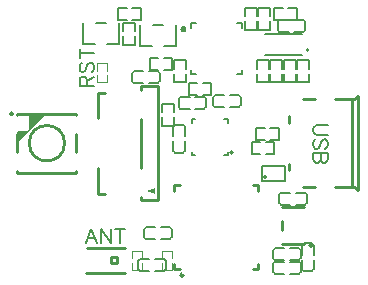
<source format=gto>
G04 Layer: TopSilkLayer*
G04 EasyEDA v6.4.25, 2021-12-07T19:09:17+01:00*
G04 af510f2a62b747d9ba719f6df8b66caf,db93e8822c7348a7aec6f6efa12e507d,10*
G04 Gerber Generator version 0.2*
G04 Scale: 100 percent, Rotated: No, Reflected: No *
G04 Dimensions in millimeters *
G04 leading zeros omitted , absolute positions ,4 integer and 5 decimal *
%FSLAX45Y45*%
%MOMM*%

%ADD10C,0.2540*%
%ADD11C,0.1270*%
%ADD49C,0.1524*%
%ADD50C,0.1016*%
%ADD51C,0.2000*%
%ADD52C,0.1500*%
%ADD53C,0.2032*%

%LPD*%
D53*
X36829Y-685800D02*
G01*
X158242Y-685800D01*
X36829Y-685800D02*
G01*
X36829Y-633729D01*
X42671Y-616457D01*
X48513Y-610870D01*
X59944Y-605028D01*
X71628Y-605028D01*
X83057Y-610870D01*
X88900Y-616457D01*
X94742Y-633729D01*
X94742Y-685800D01*
X94742Y-645413D02*
G01*
X158242Y-605028D01*
X54355Y-486155D02*
G01*
X42671Y-497586D01*
X36829Y-514857D01*
X36829Y-537971D01*
X42671Y-555244D01*
X54355Y-566928D01*
X65786Y-566928D01*
X77470Y-561086D01*
X83057Y-555244D01*
X88900Y-543813D01*
X100329Y-509270D01*
X106171Y-497586D01*
X112013Y-491744D01*
X123444Y-486155D01*
X140970Y-486155D01*
X152400Y-497586D01*
X158242Y-514857D01*
X158242Y-537971D01*
X152400Y-555244D01*
X140970Y-566928D01*
X36829Y-407670D02*
G01*
X158242Y-407670D01*
X36829Y-448055D02*
G01*
X36829Y-367029D01*
X135128Y-1891029D02*
G01*
X88900Y-2012442D01*
X135128Y-1891029D02*
G01*
X181355Y-2012442D01*
X106171Y-1972055D02*
G01*
X163829Y-1972055D01*
X219455Y-1891029D02*
G01*
X219455Y-2012442D01*
X219455Y-1891029D02*
G01*
X300228Y-2012442D01*
X300228Y-1891029D02*
G01*
X300228Y-2012442D01*
X378713Y-1891029D02*
G01*
X378713Y-2012442D01*
X338328Y-1891029D02*
G01*
X419100Y-1891029D01*
X2134870Y-1016000D02*
G01*
X2048256Y-1016000D01*
X2030729Y-1021842D01*
X2019300Y-1033271D01*
X2013458Y-1050544D01*
X2013458Y-1062228D01*
X2019300Y-1079500D01*
X2030729Y-1090929D01*
X2048256Y-1096771D01*
X2134870Y-1096771D01*
X2117343Y-1215644D02*
G01*
X2129027Y-1204213D01*
X2134870Y-1186942D01*
X2134870Y-1163828D01*
X2129027Y-1146555D01*
X2117343Y-1134871D01*
X2105913Y-1134871D01*
X2094229Y-1140713D01*
X2088641Y-1146555D01*
X2082800Y-1157986D01*
X2071370Y-1192529D01*
X2065527Y-1204213D01*
X2059686Y-1210055D01*
X2048256Y-1215644D01*
X2030729Y-1215644D01*
X2019300Y-1204213D01*
X2013458Y-1186942D01*
X2013458Y-1163828D01*
X2019300Y-1146555D01*
X2030729Y-1134871D01*
X2134870Y-1253744D02*
G01*
X2013458Y-1253744D01*
X2134870Y-1253744D02*
G01*
X2134870Y-1305813D01*
X2129027Y-1323086D01*
X2123186Y-1328928D01*
X2111756Y-1334770D01*
X2100072Y-1334770D01*
X2088641Y-1328928D01*
X2082800Y-1323086D01*
X2076958Y-1305813D01*
X2076958Y-1253744D02*
G01*
X2076958Y-1305813D01*
X2071370Y-1323086D01*
X2065527Y-1328928D01*
X2053843Y-1334770D01*
X2036572Y-1334770D01*
X2025141Y-1328928D01*
X2019300Y-1323086D01*
X2013458Y-1305813D01*
X2013458Y-1253744D01*
G36*
X914450Y-177749D02*
G01*
X909929Y-178155D01*
X905510Y-179374D01*
X901446Y-181356D01*
X897737Y-183997D01*
X894587Y-187299D01*
X892098Y-191109D01*
X890320Y-195275D01*
X889304Y-199694D01*
X889050Y-204216D01*
X889660Y-208737D01*
X891082Y-213055D01*
X893216Y-217068D01*
X896010Y-220624D01*
X899414Y-223672D01*
X903325Y-226009D01*
X907592Y-227634D01*
X912063Y-228447D01*
X914552Y-228549D01*
X919073Y-228142D01*
X923493Y-226923D01*
X927557Y-224891D01*
X929436Y-223672D01*
X932891Y-220624D01*
X935685Y-217068D01*
X937818Y-213055D01*
X939241Y-208737D01*
X939647Y-206502D01*
X939800Y-201980D01*
X939190Y-197459D01*
X937768Y-193141D01*
X935634Y-189128D01*
X932789Y-185572D01*
X929335Y-182575D01*
X925474Y-180289D01*
X921207Y-178663D01*
X916736Y-177850D01*
G37*
G36*
X-393700Y-918413D02*
G01*
X-393700Y-1054100D01*
X-406400Y-1066800D01*
X-482600Y-1066800D01*
X-491286Y-1075486D01*
X-491286Y-1168400D01*
X-241300Y-918413D01*
G37*
G36*
X671118Y-1544777D02*
G01*
X607618Y-1570177D01*
X671118Y-1595577D01*
G37*
D11*
X1260259Y-1269994D02*
G01*
X1288399Y-1269994D01*
X1288399Y-1241859D01*
X983599Y-1241859D02*
G01*
X983599Y-1269994D01*
X1011735Y-1269994D01*
X1011735Y-965194D02*
G01*
X983599Y-965194D01*
X983599Y-993335D01*
X1288399Y-993335D02*
G01*
X1288399Y-965194D01*
X1260259Y-965194D01*
D49*
X737539Y-904478D02*
G01*
X737539Y-832675D01*
X837260Y-832675D01*
X837260Y-904478D01*
X737539Y-949721D02*
G01*
X737539Y-1021524D01*
X837260Y-1021524D01*
X837260Y-949721D01*
X826439Y-1028669D02*
G01*
X826439Y-1107678D01*
X926160Y-1107678D02*
G01*
X926160Y-1028669D01*
X910920Y-1013429D02*
G01*
X841679Y-1013429D01*
X826439Y-1231930D02*
G01*
X826439Y-1152921D01*
X926160Y-1152921D02*
G01*
X926160Y-1231930D01*
X910920Y-1247170D02*
G01*
X841679Y-1247170D01*
X1092230Y-775639D02*
G01*
X1013221Y-775639D01*
X1013221Y-875360D02*
G01*
X1092230Y-875360D01*
X1107470Y-860120D02*
G01*
X1107470Y-790879D01*
X888969Y-775639D02*
G01*
X967978Y-775639D01*
X967978Y-875360D02*
G01*
X888969Y-875360D01*
X873729Y-860120D02*
G01*
X873729Y-790879D01*
X670321Y-2246960D02*
G01*
X749330Y-2246960D01*
X764570Y-2231720D01*
X764570Y-2162479D01*
X749330Y-2147239D01*
X670321Y-2147239D01*
X625078Y-2246960D02*
G01*
X546069Y-2246960D01*
X530829Y-2231720D01*
X530829Y-2162479D01*
X546069Y-2147239D01*
X625078Y-2147239D01*
X1650060Y-136921D02*
G01*
X1650060Y-208724D01*
X1550339Y-208724D01*
X1550339Y-136921D01*
X1650060Y-91678D02*
G01*
X1650060Y-19875D01*
X1550339Y-19875D01*
X1550339Y-91678D01*
X1436039Y-91678D02*
G01*
X1436039Y-19875D01*
X1535760Y-19875D01*
X1535760Y-91678D01*
X1436039Y-136921D02*
G01*
X1436039Y-208724D01*
X1535760Y-208724D01*
X1535760Y-136921D01*
X698530Y-559739D02*
G01*
X619521Y-559739D01*
X619521Y-659460D02*
G01*
X698530Y-659460D01*
X713770Y-644220D02*
G01*
X713770Y-574979D01*
X495269Y-559739D02*
G01*
X574278Y-559739D01*
X574278Y-659460D02*
G01*
X495269Y-659460D01*
X480029Y-644220D02*
G01*
X480029Y-574979D01*
X1755378Y-126060D02*
G01*
X1683575Y-126060D01*
X1683575Y-26339D01*
X1755378Y-26339D01*
X1800621Y-126060D02*
G01*
X1872424Y-126060D01*
X1872424Y-26339D01*
X1800621Y-26339D01*
D50*
X271779Y-552957D02*
G01*
X271779Y-489457D01*
X185420Y-489457D01*
X185420Y-542797D01*
X185420Y-552957D01*
X185420Y-591057D02*
G01*
X185420Y-652018D01*
X271779Y-652018D01*
X271779Y-598678D01*
X271779Y-591057D01*
D49*
X746521Y-445439D02*
G01*
X818324Y-445439D01*
X818324Y-545160D01*
X746521Y-545160D01*
X701278Y-445439D02*
G01*
X629475Y-445439D01*
X629475Y-545160D01*
X701278Y-545160D01*
D10*
X2031842Y-1536758D02*
G01*
X1996671Y-1536758D01*
X2234900Y-1536758D02*
G01*
X2198070Y-1536758D01*
X2031842Y-797758D02*
G01*
X1992129Y-797758D01*
X2208062Y-797758D02*
G01*
X2198070Y-797758D01*
X2339941Y-1536758D02*
G01*
X2359444Y-1536758D01*
X2389941Y-1567256D01*
X2339941Y-797758D02*
G01*
X2359444Y-797758D01*
X2389941Y-767260D01*
X2389941Y-1567256D02*
G01*
X2389941Y-767260D01*
X2339941Y-797758D02*
G01*
X2208062Y-797758D01*
X2339941Y-1536758D02*
G01*
X2208062Y-1536758D01*
X2339941Y-1536758D02*
G01*
X2339941Y-797758D01*
X2031834Y-797760D02*
G01*
X1923064Y-797760D01*
X2031834Y-1536758D02*
G01*
X1923061Y-1536758D01*
X1812348Y-994145D02*
G01*
X1812348Y-935375D01*
X1812348Y-1399143D02*
G01*
X1812348Y-1340373D01*
D49*
X1892330Y-2172639D02*
G01*
X1813321Y-2172639D01*
X1813321Y-2272360D02*
G01*
X1892330Y-2272360D01*
X1907570Y-2257120D02*
G01*
X1907570Y-2187879D01*
X1689069Y-2172639D02*
G01*
X1768078Y-2172639D01*
X1768078Y-2272360D02*
G01*
X1689069Y-2272360D01*
X1673829Y-2257120D02*
G01*
X1673829Y-2187879D01*
X1918639Y-2031969D02*
G01*
X1918639Y-2110978D01*
X2018360Y-2110978D02*
G01*
X2018360Y-2031969D01*
X2003120Y-2016729D02*
G01*
X1933879Y-2016729D01*
X1918639Y-2235230D02*
G01*
X1918639Y-2156221D01*
X2018360Y-2156221D02*
G01*
X2018360Y-2235230D01*
X2003120Y-2250470D02*
G01*
X1933879Y-2250470D01*
X1739869Y-1688160D02*
G01*
X1818878Y-1688160D01*
X1818878Y-1588439D02*
G01*
X1739869Y-1588439D01*
X1724629Y-1603679D02*
G01*
X1724629Y-1672920D01*
X1943130Y-1688160D02*
G01*
X1864121Y-1688160D01*
X1864121Y-1588439D02*
G01*
X1943130Y-1588439D01*
X1958370Y-1603679D02*
G01*
X1958370Y-1672920D01*
X1689069Y-2158060D02*
G01*
X1768078Y-2158060D01*
X1768078Y-2058339D02*
G01*
X1689069Y-2058339D01*
X1673829Y-2073579D02*
G01*
X1673829Y-2142820D01*
X1892330Y-2158060D02*
G01*
X1813321Y-2158060D01*
X1813321Y-2058339D02*
G01*
X1892330Y-2058339D01*
X1907570Y-2073579D02*
G01*
X1907570Y-2142820D01*
X800130Y-1880539D02*
G01*
X721121Y-1880539D01*
X721121Y-1980260D02*
G01*
X800130Y-1980260D01*
X815370Y-1965020D02*
G01*
X815370Y-1895779D01*
X596869Y-1880539D02*
G01*
X675878Y-1880539D01*
X675878Y-1980260D02*
G01*
X596869Y-1980260D01*
X581629Y-1965020D02*
G01*
X581629Y-1895779D01*
X1181069Y-862660D02*
G01*
X1260078Y-862660D01*
X1260078Y-762939D02*
G01*
X1181069Y-762939D01*
X1165829Y-778179D02*
G01*
X1165829Y-847420D01*
X1384330Y-862660D02*
G01*
X1305321Y-862660D01*
X1305321Y-762939D02*
G01*
X1384330Y-762939D01*
X1399570Y-778179D02*
G01*
X1399570Y-847420D01*
D50*
X563879Y-2141220D02*
G01*
X563879Y-2077720D01*
X477520Y-2077720D01*
X477520Y-2131060D01*
X477520Y-2141220D01*
X477520Y-2179320D02*
G01*
X477520Y-2240279D01*
X563879Y-2240279D01*
X563879Y-2186939D01*
X563879Y-2179320D01*
X817879Y-2141220D02*
G01*
X817879Y-2077720D01*
X731520Y-2077720D01*
X731520Y-2131060D01*
X731520Y-2141220D01*
X731520Y-2179320D02*
G01*
X731520Y-2240279D01*
X817879Y-2240279D01*
X817879Y-2186939D01*
X817879Y-2179320D01*
D49*
X1930430Y-127939D02*
G01*
X1851421Y-127939D01*
X1851421Y-227660D02*
G01*
X1930430Y-227660D01*
X1945670Y-212420D02*
G01*
X1945670Y-143179D01*
X1727169Y-127939D02*
G01*
X1806178Y-127939D01*
X1806178Y-227660D02*
G01*
X1727169Y-227660D01*
X1711929Y-212420D02*
G01*
X1711929Y-143179D01*
X938860Y-581421D02*
G01*
X938860Y-653224D01*
X839139Y-653224D01*
X839139Y-581421D01*
X938860Y-536178D02*
G01*
X938860Y-464375D01*
X839139Y-464375D01*
X839139Y-536178D01*
X1076721Y-661339D02*
G01*
X1148524Y-661339D01*
X1148524Y-761060D01*
X1076721Y-761060D01*
X1031478Y-661339D02*
G01*
X959675Y-661339D01*
X959675Y-761060D01*
X1031478Y-761060D01*
X407339Y-218678D02*
G01*
X407339Y-146875D01*
X507060Y-146875D01*
X507060Y-218678D01*
X407339Y-263921D02*
G01*
X407339Y-335724D01*
X507060Y-335724D01*
X507060Y-263921D01*
X1648221Y-1042339D02*
G01*
X1720024Y-1042339D01*
X1720024Y-1142060D01*
X1648221Y-1142060D01*
X1602978Y-1042339D02*
G01*
X1531175Y-1042339D01*
X1531175Y-1142060D01*
X1602978Y-1142060D01*
X1610121Y-1156639D02*
G01*
X1681924Y-1156639D01*
X1681924Y-1256360D01*
X1610121Y-1256360D01*
X1564878Y-1156639D02*
G01*
X1493075Y-1156639D01*
X1493075Y-1256360D01*
X1564878Y-1256360D01*
X434578Y-126060D02*
G01*
X362775Y-126060D01*
X362775Y-26339D01*
X434578Y-26339D01*
X479821Y-126060D02*
G01*
X551624Y-126060D01*
X551624Y-26339D01*
X479821Y-26339D01*
X1880539Y-536178D02*
G01*
X1880539Y-464375D01*
X1980260Y-464375D01*
X1980260Y-536178D01*
X1880539Y-581421D02*
G01*
X1880539Y-653224D01*
X1980260Y-653224D01*
X1980260Y-581421D01*
X1766239Y-536178D02*
G01*
X1766239Y-464375D01*
X1865960Y-464375D01*
X1865960Y-536178D01*
X1766239Y-581421D02*
G01*
X1766239Y-653224D01*
X1865960Y-653224D01*
X1865960Y-581421D01*
X1651939Y-536178D02*
G01*
X1651939Y-464375D01*
X1751660Y-464375D01*
X1751660Y-536178D01*
X1651939Y-581421D02*
G01*
X1651939Y-653224D01*
X1751660Y-653224D01*
X1751660Y-581421D01*
X1537639Y-536178D02*
G01*
X1537639Y-464375D01*
X1637360Y-464375D01*
X1637360Y-536178D01*
X1537639Y-581421D02*
G01*
X1537639Y-653224D01*
X1637360Y-653224D01*
X1637360Y-581421D01*
D10*
X1751495Y-2021906D02*
G01*
X1931497Y-2021906D01*
X1751495Y-1906907D02*
G01*
X1751495Y-1826905D01*
X1751495Y-1711904D02*
G01*
X1931497Y-1711904D01*
D51*
X1368803Y-584580D02*
G01*
X1408813Y-584580D01*
X1408813Y-544576D01*
X1368803Y-154561D02*
G01*
X1408813Y-154561D01*
X1408813Y-194563D01*
X978786Y-194563D02*
G01*
X978786Y-154561D01*
X1018791Y-154561D01*
X1018791Y-584580D02*
G01*
X978786Y-584580D01*
X978786Y-544576D01*
D10*
X1549394Y-1571584D02*
G01*
X1549394Y-1523992D01*
X1501800Y-1523992D01*
X1501797Y-2235192D02*
G01*
X1549394Y-2235192D01*
X1549394Y-2187600D01*
X838194Y-2187600D02*
G01*
X838194Y-2235192D01*
X885786Y-2235192D01*
X885786Y-1523992D02*
G01*
X838194Y-1523992D01*
X838194Y-1571584D01*
D49*
X1922919Y-417832D02*
G01*
X1607680Y-417832D01*
X1922919Y-242592D02*
G01*
X1607680Y-242592D01*
D10*
X-491304Y-918395D02*
G01*
X8694Y-918395D01*
X-491304Y-1245356D02*
G01*
X-491304Y-1091432D01*
X-491304Y-930368D02*
G01*
X-491304Y-918395D01*
X-491304Y-1418394D02*
G01*
X-491304Y-1406420D01*
X8694Y-1418394D02*
G01*
X-491304Y-1418394D01*
X8694Y-1406420D02*
G01*
X8694Y-1418394D01*
X8694Y-918395D02*
G01*
X8694Y-930368D01*
X8694Y-1091432D02*
G01*
X8694Y-1245356D01*
X421599Y-2264996D02*
G01*
X86400Y-2263998D01*
X101600Y-2053998D02*
G01*
X421594Y-2054001D01*
X355625Y-2184400D02*
G01*
X355625Y-2133600D01*
X304825Y-2133600D01*
X304825Y-2184400D01*
X355625Y-2184400D01*
D11*
X1576323Y-1359915D02*
G01*
X1776476Y-1359915D01*
X1776476Y-1359915D02*
G01*
X1776476Y-1484884D01*
X1776476Y-1484884D02*
G01*
X1576323Y-1484884D01*
X1576323Y-1484884D02*
G01*
X1576323Y-1359915D01*
D10*
X700445Y-1650893D02*
G01*
X700445Y-685911D01*
X556844Y-716292D02*
G01*
X556844Y-685899D01*
X556844Y-1374282D02*
G01*
X556844Y-962520D01*
X700445Y-685911D02*
G01*
X558797Y-685899D01*
X558797Y-716297D01*
X190497Y-955288D02*
G01*
X190497Y-747207D01*
X247926Y-747207D01*
X188544Y-1381508D02*
G01*
X188544Y-1595597D01*
X247926Y-1595597D01*
X700445Y-1650893D02*
G01*
X556844Y-1650893D01*
X556844Y-1620507D01*
D49*
X544880Y-166392D02*
G01*
X544880Y-341632D01*
X649041Y-341632D01*
X852119Y-166392D02*
G01*
X852119Y-341632D01*
X747958Y-341632D01*
X652960Y-166392D02*
G01*
X744039Y-166392D01*
X62280Y-153692D02*
G01*
X62280Y-328932D01*
X166441Y-328932D01*
X369519Y-153692D02*
G01*
X369519Y-328932D01*
X265358Y-328932D01*
X170360Y-153692D02*
G01*
X261439Y-153692D01*
G75*
G01*
X926160Y-1028670D02*
G03*
X910920Y-1013430I-15240J0D01*
G75*
G01*
X841680Y-1013430D02*
G03*
X826440Y-1028670I0J-15240D01*
G75*
G01*
X926160Y-1231930D02*
G02*
X910920Y-1247170I-15240J0D01*
G75*
G01*
X841680Y-1247170D02*
G02*
X826440Y-1231930I0J15240D01*
G75*
G01*
X1092230Y-875360D02*
G03*
X1107470Y-860120I0J15240D01*
G75*
G01*
X1107470Y-790880D02*
G03*
X1092230Y-775640I-15240J0D01*
G75*
G01*
X888970Y-875360D02*
G02*
X873730Y-860120I0J15240D01*
G75*
G01*
X873730Y-790880D02*
G02*
X888970Y-775640I15240J0D01*
G75*
G01*
X698530Y-659460D02*
G03*
X713770Y-644220I0J15240D01*
G75*
G01*
X713770Y-574980D02*
G03*
X698530Y-559740I-15240J0D01*
G75*
G01*
X495270Y-659460D02*
G02*
X480030Y-644220I0J15240D01*
G75*
G01*
X480030Y-574980D02*
G02*
X495270Y-559740I15240J0D01*
G75*
G01*
X1892330Y-2272360D02*
G03*
X1907570Y-2257120I0J15240D01*
G75*
G01*
X1907570Y-2187880D02*
G03*
X1892330Y-2172640I-15240J0D01*
G75*
G01*
X1689070Y-2272360D02*
G02*
X1673830Y-2257120I0J15240D01*
G75*
G01*
X1673830Y-2187880D02*
G02*
X1689070Y-2172640I15240J0D01*
G75*
G01*
X2018360Y-2031970D02*
G03*
X2003120Y-2016730I-15240J0D01*
G75*
G01*
X1933880Y-2016730D02*
G03*
X1918640Y-2031970I0J-15240D01*
G75*
G01*
X2018360Y-2235230D02*
G02*
X2003120Y-2250470I-15240J0D01*
G75*
G01*
X1933880Y-2250470D02*
G02*
X1918640Y-2235230I0J15240D01*
G75*
G01*
X1739870Y-1588440D02*
G03*
X1724630Y-1603680I0J-15240D01*
G75*
G01*
X1724630Y-1672920D02*
G03*
X1739870Y-1688160I15240J0D01*
G75*
G01*
X1943130Y-1588440D02*
G02*
X1958370Y-1603680I0J-15240D01*
G75*
G01*
X1958370Y-1672920D02*
G02*
X1943130Y-1688160I-15240J0D01*
G75*
G01*
X1689070Y-2058340D02*
G03*
X1673830Y-2073580I0J-15240D01*
G75*
G01*
X1673830Y-2142820D02*
G03*
X1689070Y-2158060I15240J0D01*
G75*
G01*
X1892330Y-2058340D02*
G02*
X1907570Y-2073580I0J-15240D01*
G75*
G01*
X1907570Y-2142820D02*
G02*
X1892330Y-2158060I-15240J0D01*
G75*
G01*
X800130Y-1980260D02*
G03*
X815370Y-1965020I0J15240D01*
G75*
G01*
X815370Y-1895780D02*
G03*
X800130Y-1880540I-15240J0D01*
G75*
G01*
X596870Y-1980260D02*
G02*
X581630Y-1965020I0J15240D01*
G75*
G01*
X581630Y-1895780D02*
G02*
X596870Y-1880540I15240J0D01*
G75*
G01*
X1181070Y-762940D02*
G03*
X1165830Y-778180I0J-15240D01*
G75*
G01*
X1165830Y-847420D02*
G03*
X1181070Y-862660I15240J0D01*
G75*
G01*
X1384330Y-762940D02*
G02*
X1399570Y-778180I0J-15240D01*
G75*
G01*
X1399570Y-847420D02*
G02*
X1384330Y-862660I-15240J0D01*
G75*
G01*
X1930430Y-227660D02*
G03*
X1945670Y-212420I0J15240D01*
G75*
G01*
X1945670Y-143180D02*
G03*
X1930430Y-127940I-15240J0D01*
G75*
G01*
X1727170Y-227660D02*
G02*
X1711930Y-212420I0J15240D01*
G75*
G01*
X1711930Y-143180D02*
G02*
X1727170Y-127940I15240J0D01*
D11*
G75*
G01
X1333500Y-1244600D02*
G03X1333500Y-1244600I-12700J0D01*
D10*
G75*
G01
X2006600Y-2032000D02*
G03X2006600Y-2032000I-12700J0D01*
G75*
G01
X914400Y-2286000D02*
G03X914400Y-2286000I-12700J0D01*
D52*
G75*
G01
X1970786Y-380213D02*
G03X1970786Y-380213I-7493J0D01*
D10*
G75*
G01
X-531266Y-918413D02*
G03X-531266Y-918413I-10008J0D01*
G75*
G01
X-91211Y-1168400D02*
G03X-91211Y-1168400I-150012J0D01*
D11*
G75*
G01
X1619250Y-1452372D02*
G03X1619250Y-1452372I-12954J0D01*
M02*

</source>
